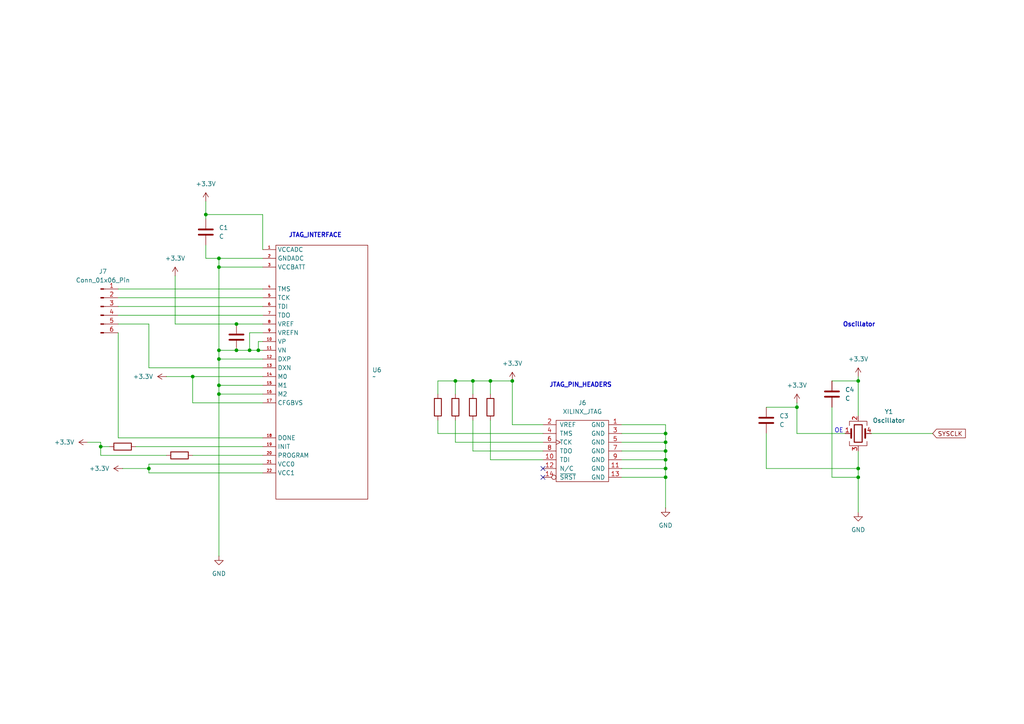
<source format=kicad_sch>
(kicad_sch (version 20231120) (generator "eeschema") (generator_version "8.0")
  (paper "A4")
  (lib_symbols
    (symbol "Connector:Conn_01x06_Pin" (pin_names (offset 1.016) hide)
      (property "Reference" "J" (at 0 7.62 0))
      (property "Value" "Conn_01x06_Pin" (at 0 -10.16 0))
      (symbol "Conn_01x06_Pin_1_1"
        (polyline (pts (xy 1.27 -7.62) (xy 0.8636 -7.62)) (stroke (width 0.1524)))
        (polyline (pts (xy 1.27 -5.08) (xy 0.8636 -5.08)) (stroke (width 0.1524)))
        (polyline (pts (xy 1.27 -2.54) (xy 0.8636 -2.54)) (stroke (width 0.1524)))
        (polyline (pts (xy 1.27 0) (xy 0.8636 0)) (stroke (width 0.1524)))
        (polyline (pts (xy 1.27 2.54) (xy 0.8636 2.54)) (stroke (width 0.1524)))
        (polyline (pts (xy 1.27 5.08) (xy 0.8636 5.08)) (stroke (width 0.1524)))
        (rectangle (start 0.8636 -7.493) (end 0 -7.747) (stroke (width 0.1524)) (fill (type outline)))
        (rectangle (start 0.8636 -4.953) (end 0 -5.207) (stroke (width 0.1524)) (fill (type outline)))
        (rectangle (start 0.8636 -2.413) (end 0 -2.667) (stroke (width 0.1524)) (fill (type outline)))
        (rectangle (start 0.8636 0.127) (end 0 -0.127) (stroke (width 0.1524)) (fill (type outline)))
        (rectangle (start 0.8636 2.667) (end 0 2.413) (stroke (width 0.1524)) (fill (type outline)))
        (rectangle (start 0.8636 5.207) (end 0 4.953) (stroke (width 0.1524)) (fill (type outline)))
        (pin passive line (at 5.08 5.08 180) (length 3.81) (name "Pin_1") (number "1"))
        (pin passive line (at 5.08 2.54 180) (length 3.81) (name "Pin_2") (number "2"))
        (pin passive line (at 5.08 0 180) (length 3.81) (name "Pin_3") (number "3"))
        (pin passive line (at 5.08 -2.54 180) (length 3.81) (name "Pin_4") (number "4"))
        (pin passive line (at 5.08 -5.08 180) (length 3.81) (name "Pin_5") (number "5"))
        (pin passive line (at 5.08 -7.62 180) (length 3.81) (name "Pin_6") (number "6"))
      )
    )
    (symbol "Device:C" (pin_numbers hide) (pin_names (offset 0.254))
      (property "Reference" "C" (at 0.635 2.54 0))
      (property "Value" "C" (at 0.635 -2.54 0))
      (symbol "C_0_1"
        (polyline (pts (xy -2.032 -0.762) (xy 2.032 -0.762)) (stroke (width 0.508)))
        (polyline (pts (xy -2.032 0.762) (xy 2.032 0.762)) (stroke (width 0.508)))
      )
      (symbol "C_1_1"
        (pin passive line (at 0 3.81 270) (length 2.794) (name "~") (number "1"))
        (pin passive line (at 0 -3.81 90) (length 2.794) (name "~") (number "2"))
      )
    )
    (symbol "Device:Crystal_GND23" (pin_names (offset 1.016) hide)
      (property "Reference" "Y" (at 3.175 5.08 0))
      (property "Value" "Crystal_GND23" (at 3.175 3.175 0))
      (symbol "Crystal_GND23_0_1"
        (rectangle (start -1.143 2.54) (end 1.143 -2.54) (stroke (width 0.3048)))
        (polyline (pts (xy -2.54 0) (xy -2.032 0)))
        (polyline (pts (xy -2.032 -1.27) (xy -2.032 1.27)) (stroke (width 0.508)))
        (polyline (pts (xy 0 -3.81) (xy 0 -3.556)))
        (polyline (pts (xy 0 3.556) (xy 0 3.81)))
        (polyline (pts (xy 2.032 -1.27) (xy 2.032 1.27)) (stroke (width 0.508)))
        (polyline (pts (xy 2.032 0) (xy 2.54 0)))
        (polyline (pts (xy -2.54 -2.286) (xy -2.54 -3.556) (xy 2.54 -3.556) (xy 2.54 -2.286)))
        (polyline (pts (xy -2.54 2.286) (xy -2.54 3.556) (xy 2.54 3.556) (xy 2.54 2.286)))
      )
      (symbol "Crystal_GND23_1_1"
        (pin passive line (at -3.81 0 0) (length 1.27) (name "1") (number "1"))
        (pin passive line (at 0 5.08 270) (length 1.27) (name "2") (number "2"))
        (pin passive line (at 0 -5.08 90) (length 1.27) (name "3") (number "3"))
        (pin passive line (at 3.81 0 180) (length 1.27) (name "4") (number "4"))
      )
    )
    (symbol "Device:R" (pin_numbers hide) (pin_names (offset 0))
      (property "Reference" "R" (at 2.032 0 90))
      (property "Value" "R" (at 0 0 90))
      (symbol "R_0_1"
        (rectangle (start -1.016 -2.54) (end 1.016 2.54) (stroke (width 0.254)))
      )
      (symbol "R_1_1"
        (pin passive line (at 0 3.81 270) (length 1.27) (name "~") (number "1"))
        (pin passive line (at 0 -3.81 90) (length 1.27) (name "~") (number "2"))
      )
    )
    (symbol "FPGA_project_parts:XILINX_JTAG" (pin_names (offset 1.016))
      (property "Reference" "J" (at 0 10.16 0))
      (property "Value" "XILINX_JTAG" (at 0 -10.16 0))
      (symbol "XILINX_JTAG_0_1"
        (rectangle (start -7.62 8.89) (end 7.62 -8.89))
      )
      (symbol "XILINX_JTAG_1_1"
        (pin power_in line (at 11.43 7.62 180) (length 3.81) (name "GND") (number "1"))
        (pin input line (at -11.43 -2.54 0) (length 3.81) (name "TDI") (number "10"))
        (pin power_in line (at 11.43 -5.08 180) (length 3.81) (name "GND") (number "11"))
        (pin passive line (at -11.43 -5.08 0) (length 3.81) (name "N/C") (number "12"))
        (pin power_in line (at 11.43 -7.62 180) (length 3.81) (name "GND") (number "13"))
        (pin input inverted (at -11.43 -7.62 0) (length 3.81) (name "~{SRST}") (number "14"))
        (pin input line (at -11.43 7.62 0) (length 3.81) (name "VREF") (number "2"))
        (pin power_in line (at 11.43 5.08 180) (length 3.81) (name "GND") (number "3"))
        (pin input line (at -11.43 5.08 0) (length 3.81) (name "TMS") (number "4"))
        (pin power_in line (at 11.43 2.54 180) (length 3.81) (name "GND") (number "5"))
        (pin input clock (at -11.43 2.54 0) (length 3.81) (name "TCK") (number "6"))
        (pin power_in line (at 11.43 0 180) (length 3.81) (name "GND") (number "7"))
        (pin output line (at -11.43 0 0) (length 3.81) (name "TDO") (number "8"))
        (pin power_in line (at 11.43 -2.54 180) (length 3.81) (name "GND") (number "9"))
      )
    )
    (symbol "Jtag:Jtag"
      (property "Reference" "U" (at -14.986 52.324 0))
      (symbol "Jtag_0_1"
        (rectangle (start -15.24 50.8) (end 11.43 -22.86))
      )
      (symbol "Jtag_1_1"
        (pin input line (at -19.05 49.53 0) (length 3.81) (name "VCCADC") (number "1"))
        (pin input line (at -19.05 22.86 0) (length 3.81) (name "VP") (number "10"))
        (pin input line (at -19.05 20.32 0) (length 3.81) (name "VN") (number "11"))
        (pin input line (at -19.05 17.78 0) (length 3.81) (name "DXP") (number "12"))
        (pin input line (at -19.05 15.24 0) (length 3.81) (name "DXN") (number "13"))
        (pin input line (at -19.05 12.7 0) (length 3.81) (name "M0") (number "14"))
        (pin input line (at -19.05 10.16 0) (length 3.81) (name "M1") (number "15"))
        (pin input line (at -19.05 7.62 0) (length 3.81) (name "M2") (number "16"))
        (pin input line (at -19.05 5.08 0) (length 3.81) (name "CFGBVS") (number "17"))
        (pin input line (at -19.05 -5.08 0) (length 3.81) (name "DONE") (number "18"))
        (pin input line (at -19.05 -7.62 0) (length 3.81) (name "INIT") (number "19"))
        (pin input line (at -19.05 46.99 0) (length 3.81) (name "GNDADC") (number "2"))
        (pin input line (at -19.05 -10.16 0) (length 3.81) (name "PROGRAM") (number "20"))
        (pin input line (at -19.05 -12.7 0) (length 3.81) (name "VCC0") (number "21"))
        (pin input line (at -19.05 -15.24 0) (length 3.81) (name "VCC1") (number "22"))
        (pin input line (at -19.05 44.45 0) (length 3.81) (name "VCCBATT") (number "3"))
        (pin input line (at -19.05 38.1 0) (length 3.81) (name "TMS") (number "4"))
        (pin input line (at -19.05 35.56 0) (length 3.81) (name "TCK") (number "5"))
        (pin input line (at -19.05 33.02 0) (length 3.81) (name "TDI") (number "6"))
        (pin input line (at -19.05 30.48 0) (length 3.81) (name "TDO") (number "7"))
        (pin input line (at -19.05 27.94 0) (length 3.81) (name "VREF") (number "8"))
        (pin input line (at -19.05 25.4 0) (length 3.81) (name "VREFN") (number "9"))
      )
    )
    (symbol "power:+3.3V" (power) (pin_numbers hide) (pin_names (offset 0) hide)
      (property "Value" "+3.3V" (at 0 3.556 0))
      (symbol "+3.3V_0_1"
        (polyline (pts (xy -0.762 1.27) (xy 0 2.54)))
        (polyline (pts (xy 0 0) (xy 0 2.54)))
        (polyline (pts (xy 0 2.54) (xy 0.762 1.27)))
      )
      (symbol "+3.3V_1_1"
        (pin power_in line (at 0 0 90) (length 0) (name "~") (number "1"))
      )
    )
    (symbol "power:GND" (power) (pin_numbers hide) (pin_names (offset 0) hide)
      (property "Value" "GND" (at 0 -3.81 0))
      (symbol "GND_0_1"
        (polyline (pts (xy 0 0) (xy 0 -1.27) (xy 1.27 -1.27) (xy 0 -2.54) (xy -1.27 -1.27) (xy 0 -1.27)))
      )
      (symbol "GND_1_1"
        (pin power_in line (at 0 0 270) (length 0) (name "~") (number "1"))
      )
    )
  )
  (junction (at 59.69 62.23))
  (junction (at 248.92 135.89))
  (junction (at 63.5 77.47))
  (junction (at 72.39 101.6))
  (junction (at 148.59 110.49))
  (junction (at 193.04 125.73))
  (junction (at 63.5 114.3))
  (junction (at 193.04 128.27))
  (junction (at 142.24 110.49))
  (junction (at 55.88 109.22))
  (junction (at 193.04 135.89))
  (junction (at 43.18 135.89))
  (junction (at 193.04 138.43))
  (junction (at 248.92 110.49))
  (junction (at 68.58 93.98))
  (junction (at 137.16 110.49))
  (junction (at 29.21 129.54))
  (junction (at 193.04 133.35))
  (junction (at 63.5 74.93))
  (junction (at 74.93 101.6))
  (junction (at 63.5 101.6))
  (junction (at 132.08 110.49))
  (junction (at 63.5 111.76))
  (junction (at 63.5 104.14))
  (junction (at 193.04 130.81))
  (junction (at 248.92 138.43))
  (junction (at 231.14 118.11))
  (junction (at 68.58 101.6))
  (no_connect (at 157.48 135.89))
  (no_connect (at 157.48 138.43))
  (wire (pts (xy 43.18 93.98) (xy 34.29 93.98)))
  (wire (pts (xy 193.04 133.35) (xy 193.04 135.89)))
  (wire (pts (xy 43.18 137.16) (xy 76.2 137.16)))
  (wire (pts (xy 142.24 110.49) (xy 148.59 110.49)))
  (wire (pts (xy 68.58 93.98) (xy 76.2 93.98)))
  (wire (pts (xy 74.93 101.6) (xy 76.2 101.6)))
  (wire (pts (xy 35.56 135.89) (xy 43.18 135.89)))
  (wire (pts (xy 34.29 86.36) (xy 76.2 86.36)))
  (wire (pts (xy 180.34 130.81) (xy 193.04 130.81)))
  (wire (pts (xy 50.8 93.98) (xy 68.58 93.98)))
  (wire (pts (xy 142.24 110.49) (xy 142.24 114.3)))
  (wire (pts (xy 63.5 114.3) (xy 76.2 114.3)))
  (wire (pts (xy 25.4 128.27) (xy 29.21 128.27)))
  (wire (pts (xy 29.21 129.54) (xy 31.75 129.54)))
  (wire (pts (xy 72.39 101.6) (xy 74.93 101.6)))
  (wire (pts (xy 137.16 110.49) (xy 142.24 110.49)))
  (wire (pts (xy 59.69 62.23) (xy 76.2 62.23)))
  (wire (pts (xy 180.34 133.35) (xy 193.04 133.35)))
  (wire (pts (xy 231.14 116.84) (xy 231.14 118.11)))
  (wire (pts (xy 142.24 133.35) (xy 157.48 133.35)))
  (wire (pts (xy 180.34 135.89) (xy 193.04 135.89)))
  (wire (pts (xy 193.04 138.43) (xy 193.04 147.32)))
  (wire (pts (xy 29.21 129.54) (xy 29.21 132.08)))
  (wire (pts (xy 63.5 77.47) (xy 63.5 101.6)))
  (wire (pts (xy 127 110.49) (xy 127 114.3)))
  (wire (pts (xy 180.34 128.27) (xy 193.04 128.27)))
  (wire (pts (xy 193.04 130.81) (xy 193.04 133.35)))
  (wire (pts (xy 127 121.92) (xy 127 125.73)))
  (wire (pts (xy 63.5 104.14) (xy 63.5 111.76)))
  (wire (pts (xy 59.69 71.12) (xy 59.69 74.93)))
  (wire (pts (xy 55.88 132.08) (xy 76.2 132.08)))
  (wire (pts (xy 63.5 111.76) (xy 76.2 111.76)))
  (wire (pts (xy 132.08 110.49) (xy 132.08 114.3)))
  (wire (pts (xy 241.3 118.11) (xy 241.3 138.43)))
  (wire (pts (xy 59.69 62.23) (xy 59.69 58.42)))
  (wire (pts (xy 193.04 135.89) (xy 193.04 138.43)))
  (wire (pts (xy 252.73 125.73) (xy 270.51 125.73)))
  (wire (pts (xy 43.18 134.62) (xy 43.18 135.89)))
  (wire (pts (xy 132.08 121.92) (xy 132.08 128.27)))
  (wire (pts (xy 55.88 109.22) (xy 76.2 109.22)))
  (wire (pts (xy 180.34 123.19) (xy 193.04 123.19)))
  (wire (pts (xy 74.93 99.06) (xy 76.2 99.06)))
  (wire (pts (xy 193.04 128.27) (xy 193.04 130.81)))
  (wire (pts (xy 241.3 138.43) (xy 248.92 138.43)))
  (wire (pts (xy 148.59 123.19) (xy 157.48 123.19)))
  (wire (pts (xy 137.16 110.49) (xy 137.16 114.3)))
  (wire (pts (xy 39.37 129.54) (xy 76.2 129.54)))
  (wire (pts (xy 63.5 114.3) (xy 63.5 161.29)))
  (wire (pts (xy 43.18 106.68) (xy 43.18 93.98)))
  (wire (pts (xy 34.29 127) (xy 34.29 96.52)))
  (wire (pts (xy 248.92 110.49) (xy 248.92 120.65)))
  (wire (pts (xy 29.21 132.08) (xy 48.26 132.08)))
  (wire (pts (xy 248.92 130.81) (xy 248.92 135.89)))
  (wire (pts (xy 180.34 125.73) (xy 193.04 125.73)))
  (wire (pts (xy 63.5 74.93) (xy 63.5 77.47)))
  (wire (pts (xy 55.88 109.22) (xy 55.88 116.84)))
  (wire (pts (xy 137.16 130.81) (xy 157.48 130.81)))
  (wire (pts (xy 193.04 125.73) (xy 193.04 128.27)))
  (wire (pts (xy 142.24 121.92) (xy 142.24 133.35)))
  (wire (pts (xy 127 110.49) (xy 132.08 110.49)))
  (wire (pts (xy 180.34 138.43) (xy 193.04 138.43)))
  (wire (pts (xy 68.58 101.6) (xy 72.39 101.6)))
  (wire (pts (xy 63.5 77.47) (xy 76.2 77.47)))
  (wire (pts (xy 248.92 109.22) (xy 248.92 110.49)))
  (wire (pts (xy 59.69 74.93) (xy 63.5 74.93)))
  (wire (pts (xy 63.5 101.6) (xy 63.5 104.14)))
  (wire (pts (xy 132.08 110.49) (xy 137.16 110.49)))
  (wire (pts (xy 59.69 63.5) (xy 59.69 62.23)))
  (wire (pts (xy 48.26 109.22) (xy 55.88 109.22)))
  (wire (pts (xy 222.25 135.89) (xy 248.92 135.89)))
  (wire (pts (xy 63.5 74.93) (xy 76.2 74.93)))
  (wire (pts (xy 248.92 135.89) (xy 248.92 138.43)))
  (wire (pts (xy 137.16 121.92) (xy 137.16 130.81)))
  (wire (pts (xy 76.2 62.23) (xy 76.2 72.39)))
  (wire (pts (xy 241.3 110.49) (xy 248.92 110.49)))
  (wire (pts (xy 74.93 99.06) (xy 74.93 101.6)))
  (wire (pts (xy 34.29 83.82) (xy 76.2 83.82)))
  (wire (pts (xy 72.39 96.52) (xy 72.39 101.6)))
  (wire (pts (xy 132.08 128.27) (xy 157.48 128.27)))
  (wire (pts (xy 148.59 110.49) (xy 148.59 123.19)))
  (wire (pts (xy 248.92 138.43) (xy 248.92 148.59)))
  (wire (pts (xy 43.18 137.16) (xy 43.18 135.89)))
  (wire (pts (xy 231.14 118.11) (xy 231.14 125.73)))
  (wire (pts (xy 72.39 96.52) (xy 76.2 96.52)))
  (wire (pts (xy 34.29 88.9) (xy 76.2 88.9)))
  (wire (pts (xy 193.04 123.19) (xy 193.04 125.73)))
  (wire (pts (xy 34.29 127) (xy 76.2 127)))
  (wire (pts (xy 76.2 134.62) (xy 43.18 134.62)))
  (wire (pts (xy 76.2 106.68) (xy 43.18 106.68)))
  (wire (pts (xy 222.25 125.73) (xy 222.25 135.89)))
  (wire (pts (xy 231.14 125.73) (xy 245.11 125.73)))
  (wire (pts (xy 222.25 118.11) (xy 231.14 118.11)))
  (wire (pts (xy 29.21 128.27) (xy 29.21 129.54)))
  (wire (pts (xy 63.5 111.76) (xy 63.5 114.3)))
  (wire (pts (xy 63.5 101.6) (xy 68.58 101.6)))
  (wire (pts (xy 63.5 104.14) (xy 76.2 104.14)))
  (wire (pts (xy 34.29 91.44) (xy 76.2 91.44)))
  (wire (pts (xy 127 125.73) (xy 157.48 125.73)))
  (wire (pts (xy 55.88 116.84) (xy 76.2 116.84)))
  (wire (pts (xy 50.8 80.01) (xy 50.8 93.98)))
  (text "JTAG_INTERFACE\n" (at 91.44 68.326 0) (effects (font (size 1.27 1.27) (bold yes))))
  (text "OE" (at 243.332 124.968 0) (effects (font (size 1.27 1.27))))
  (text "JTAG_PIN_HEADERS\n\n" (at 168.402 112.776 0) (effects (font (size 1.27 1.27) (thickness 0.254) (bold yes))))
  (text "Oscillator\n" (at 249.174 94.234 0) (effects (font (size 1.27 1.27) (bold yes))))
  (global_label "SYSCLK" (shape input) (at 270.51 125.73 0) (property "Intersheetrefs" "${INTERSHEET_REFS}" (effects (hide yes))))
  (symbol (lib_id "Device:R") (at 52.07 132.08 90) (unit 1)
    (property "Reference" "R10" (effects (hide yes)))
    (property "Value" "R" (effects (hide yes)))
    (property "Footprint" "Resistor_SMD:R_0805_2012Metric" (effects (hide yes)))
    (property "Description" "Resistor" (effects (hide yes)))
  )
  (symbol (lib_id "power:+3.3V") (at 148.59 110.49 0) (unit 1)
    (property "Reference" "#PWR07" (effects (hide yes)))
    (property "Value" "+3.3V" (at 148.59 105.41 0))
    (property "Description" "Power symbol creates a global label with name \"+3.3V\"" (effects (hide yes)))
  )
  (symbol (lib_id "Device:R") (at 137.16 118.11 180) (unit 1)
    (property "Reference" "R13" (effects (hide yes)))
    (property "Value" "R" (effects (hide yes)))
    (property "Footprint" "Resistor_SMD:R_0805_2012Metric" (effects (hide yes)))
    (property "Description" "Resistor" (effects (hide yes)))
  )
  (symbol (lib_id "power:GND") (at 193.04 147.32 0) (unit 1)
    (property "Reference" "#PWR08" (effects (hide yes)))
    (property "Value" "GND" (at 193.04 152.4 0))
    (property "Description" "Power symbol creates a global label with name \"GND\" , ground" (effects (hide yes)))
  )
  (symbol (lib_id "Device:R") (at 142.24 118.11 180) (unit 1)
    (property "Reference" "R14" (effects (hide yes)))
    (property "Value" "R" (effects (hide yes)))
    (property "Footprint" "Resistor_SMD:R_0805_2012Metric" (effects (hide yes)))
    (property "Description" "Resistor" (effects (hide yes)))
  )
  (symbol (lib_id "Device:R") (at 35.56 129.54 90) (unit 1)
    (property "Reference" "R9" (effects (hide yes)))
    (property "Value" "10k" (effects (hide yes)))
    (property "Footprint" "Resistor_SMD:R_0805_2012Metric" (effects (hide yes)))
    (property "Description" "Resistor" (effects (hide yes)))
  )
  (symbol (lib_id "Connector:Conn_01x06_Pin") (at 29.21 88.9 0) (unit 1)
    (property "Reference" "J7" (at 29.845 78.74 0))
    (property "Value" "Conn_01x06_Pin" (at 29.845 81.28 0))
    (property "Footprint" "Connector:FanPinHeader_1x04_P2.54mm_Vertical" (effects (hide yes)))
    (property "Description" "Generic connector, single row, 01x06, script generated" (effects (hide yes)))
  )
  (symbol (lib_id "Jtag:Jtag") (at 95.25 121.92 0) (unit 1)
    (property "Reference" "U6" (at 107.95 107.3149 0) (effects (justify left)))
    (property "Value" "~" (at 107.95 109.22 0) (effects (justify left)))
    (property "Footprint" "Oscillator:Oscillator_SMD_Abracon_ASV-4Pin_7.0x5.1mm" (effects (hide yes)))
  )
  (symbol (lib_id "power:+3.3V") (at 248.92 109.22 0) (unit 1)
    (property "Reference" "#PWR010" (effects (hide yes)))
    (property "Value" "+3.3V" (at 248.92 104.14 0))
    (property "Description" "Power symbol creates a global label with name \"+3.3V\"" (effects (hide yes)))
  )
  (symbol (lib_id "power:GND") (at 63.5 161.29 0) (unit 1)
    (property "Reference" "#PWR06" (effects (hide yes)))
    (property "Value" "GND" (at 63.5 166.37 0))
    (property "Description" "Power symbol creates a global label with name \"GND\" , ground" (effects (hide yes)))
  )
  (symbol (lib_id "power:+3.3V") (at 59.69 58.42 0) (unit 1)
    (property "Reference" "#PWR05" (effects (hide yes)))
    (property "Value" "+3.3V" (at 59.69 53.34 0))
    (property "Description" "Power symbol creates a global label with name \"+3.3V\"" (effects (hide yes)))
  )
  (symbol (lib_id "Device:R") (at 132.08 118.11 180) (unit 1)
    (property "Reference" "R12" (effects (hide yes)))
    (property "Value" "R" (effects (hide yes)))
    (property "Footprint" "Resistor_SMD:R_0805_2012Metric" (effects (hide yes)))
    (property "Description" "Resistor" (effects (hide yes)))
  )
  (symbol (lib_id "power:+3.3V") (at 35.56 135.89 90) (unit 1)
    (property "Reference" "#PWR012" (effects (hide yes)))
    (property "Value" "+3.3V" (at 31.75 135.8899 90) (effects (justify left)))
    (property "Description" "Power symbol creates a global label with name \"+3.3V\"" (effects (hide yes)))
  )
  (symbol (lib_id "Device:C") (at 59.69 67.31 0) (unit 1)
    (property "Reference" "C1" (at 63.5 66.0399 0) (effects (justify left)))
    (property "Value" "C" (at 63.5 68.5799 0) (effects (justify left)))
    (property "Footprint" "Capacitor_SMD:C_01005_0402Metric" (effects (hide yes)))
    (property "Description" "Unpolarized capacitor" (effects (hide yes)))
  )
  (symbol (lib_id "power:GND") (at 248.92 148.59 0) (unit 1)
    (property "Reference" "#PWR011" (effects (hide yes)))
    (property "Value" "GND" (at 248.92 153.67 0))
    (property "Description" "Power symbol creates a global label with name \"GND\" , ground" (effects (hide yes)))
  )
  (symbol (lib_id "FPGA_project_parts:XILINX_JTAG") (at 168.91 130.81 0) (unit 1)
    (property "Reference" "J6" (at 168.91 116.84 0))
    (property "Value" "XILINX_JTAG" (at 168.91 119.38 0))
    (property "Footprint" "Connector_PinHeader_2.00mm:PinHeader_2x07_P2.00mm_Vertical_SMD" (effects (hide yes)))
  )
  (symbol (lib_id "Device:C") (at 68.58 97.79 0) (unit 1)
    (property "Reference" "C2" (effects (hide yes)))
    (property "Value" "C" (effects (hide yes)))
    (property "Footprint" "Capacitor_SMD:C_01005_0402Metric" (effects (hide yes)))
    (property "Description" "Unpolarized capacitor" (effects (hide yes)))
  )
  (symbol (lib_id "Device:C") (at 222.25 121.92 0) (unit 1)
    (property "Reference" "C3" (at 226.06 120.6499 0) (effects (justify left)))
    (property "Value" "C" (at 226.06 123.1899 0) (effects (justify left)))
    (property "Footprint" "Capacitor_SMD:C_01005_0402Metric" (effects (hide yes)))
    (property "Description" "Unpolarized capacitor" (effects (hide yes)))
  )
  (symbol (lib_id "Device:R") (at 127 118.11 180) (unit 1)
    (property "Reference" "R11" (effects (hide yes)))
    (property "Value" "R" (effects (hide yes)))
    (property "Footprint" "Resistor_SMD:R_0805_2012Metric" (effects (hide yes)))
    (property "Description" "Resistor" (effects (hide yes)))
  )
  (symbol (lib_id "power:+3.3V") (at 48.26 109.22 90) (unit 1)
    (property "Reference" "#PWR03" (effects (hide yes)))
    (property "Value" "+3.3V" (at 44.45 109.2199 90) (effects (justify left)))
    (property "Description" "Power symbol creates a global label with name \"+3.3V\"" (effects (hide yes)))
  )
  (symbol (lib_id "power:+3.3V") (at 50.8 80.01 0) (unit 1)
    (property "Reference" "#PWR04" (effects (hide yes)))
    (property "Value" "+3.3V" (at 50.8 74.93 0))
    (property "Description" "Power symbol creates a global label with name \"+3.3V\"" (effects (hide yes)))
  )
  (symbol (lib_id "power:+3.3V") (at 231.14 116.84 0) (unit 1)
    (property "Reference" "#PWR09" (effects (hide yes)))
    (property "Value" "+3.3V" (at 231.14 111.76 0))
    (property "Description" "Power symbol creates a global label with name \"+3.3V\"" (effects (hide yes)))
  )
  (symbol (lib_id "power:+3.3V") (at 25.4 128.27 90) (unit 1)
    (property "Reference" "#PWR02" (effects (hide yes)))
    (property "Value" "+3.3V" (at 21.59 128.2699 90) (effects (justify left)))
    (property "Description" "Power symbol creates a global label with name \"+3.3V\"" (effects (hide yes)))
  )
  (symbol (lib_id "Device:C") (at 241.3 114.3 0) (unit 1)
    (property "Reference" "C4" (at 245.11 113.0299 0) (effects (justify left)))
    (property "Value" "C" (at 245.11 115.5699 0) (effects (justify left)))
    (property "Footprint" "Capacitor_SMD:C_01005_0402Metric" (effects (hide yes)))
    (property "Description" "Unpolarized capacitor" (effects (hide yes)))
  )
  (symbol (lib_id "Device:Crystal_GND23") (at 248.92 125.73 0) (unit 1)
    (property "Reference" "Y1" (at 257.81 119.4114 0))
    (property "Value" "Oscillator" (at 257.81 121.9514 0))
    (property "Footprint" "Oscillator:Oscillator_SMD_Abracon_ASV-4Pin_7.0x5.1mm" (effects (hide yes)))
    (property "Description" "Four pin crystal, GND on pins 2 and 3" (effects (hide yes)))
  )
)
</source>
